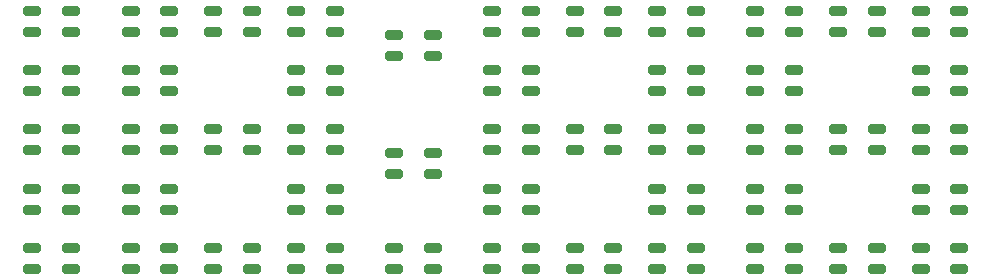
<source format=gbr>
%TF.GenerationSoftware,KiCad,Pcbnew,9.0.5*%
%TF.CreationDate,2025-11-23T18:29:56+02:00*%
%TF.ProjectId,Business_Card,42757369-6e65-4737-935f-436172642e6b,rev?*%
%TF.SameCoordinates,Original*%
%TF.FileFunction,Paste,Top*%
%TF.FilePolarity,Positive*%
%FSLAX46Y46*%
G04 Gerber Fmt 4.6, Leading zero omitted, Abs format (unit mm)*
G04 Created by KiCad (PCBNEW 9.0.5) date 2025-11-23 18:29:56*
%MOMM*%
%LPD*%
G01*
G04 APERTURE LIST*
G04 Aperture macros list*
%AMRoundRect*
0 Rectangle with rounded corners*
0 $1 Rounding radius*
0 $2 $3 $4 $5 $6 $7 $8 $9 X,Y pos of 4 corners*
0 Add a 4 corners polygon primitive as box body*
4,1,4,$2,$3,$4,$5,$6,$7,$8,$9,$2,$3,0*
0 Add four circle primitives for the rounded corners*
1,1,$1+$1,$2,$3*
1,1,$1+$1,$4,$5*
1,1,$1+$1,$6,$7*
1,1,$1+$1,$8,$9*
0 Add four rect primitives between the rounded corners*
20,1,$1+$1,$2,$3,$4,$5,0*
20,1,$1+$1,$4,$5,$6,$7,0*
20,1,$1+$1,$6,$7,$8,$9,0*
20,1,$1+$1,$8,$9,$2,$3,0*%
G04 Aperture macros list end*
%ADD10RoundRect,0.200000X-0.550000X-0.200000X0.550000X-0.200000X0.550000X0.200000X-0.550000X0.200000X0*%
G04 APERTURE END LIST*
D10*
%TO.C,D27*%
X129760000Y-94110000D03*
X129760000Y-95890000D03*
X133040000Y-95890000D03*
X133040000Y-94110000D03*
%TD*%
%TO.C,D13*%
X106160000Y-94110000D03*
X106160000Y-95890000D03*
X109440000Y-95890000D03*
X109440000Y-94110000D03*
%TD*%
%TO.C,D14*%
X106160000Y-99110000D03*
X106160000Y-100890000D03*
X109440000Y-100890000D03*
X109440000Y-99110000D03*
%TD*%
%TO.C,D7*%
X92160000Y-114110000D03*
X92160000Y-115890000D03*
X95440000Y-115890000D03*
X95440000Y-114110000D03*
%TD*%
%TO.C,D20*%
X114460000Y-106110000D03*
X114460000Y-107890000D03*
X117740000Y-107890000D03*
X117740000Y-106110000D03*
%TD*%
%TO.C,D41*%
X159060000Y-94110000D03*
X159060000Y-95890000D03*
X162340000Y-95890000D03*
X162340000Y-94110000D03*
%TD*%
%TO.C,D4*%
X83860000Y-104110000D03*
X83860000Y-105890000D03*
X87140000Y-105890000D03*
X87140000Y-104110000D03*
%TD*%
%TO.C,D39*%
X145060000Y-94110000D03*
X145060000Y-95890000D03*
X148340000Y-95890000D03*
X148340000Y-94110000D03*
%TD*%
%TO.C,D42*%
X159060000Y-99110000D03*
X159060000Y-100890000D03*
X162340000Y-100890000D03*
X162340000Y-99110000D03*
%TD*%
%TO.C,D3*%
X83860000Y-99110000D03*
X83860000Y-100890000D03*
X87140000Y-100890000D03*
X87140000Y-99110000D03*
%TD*%
%TO.C,D40*%
X152060000Y-94110000D03*
X152060000Y-95890000D03*
X155340000Y-95890000D03*
X155340000Y-94110000D03*
%TD*%
%TO.C,D43*%
X152060000Y-104110000D03*
X152060000Y-105890000D03*
X155340000Y-105890000D03*
X155340000Y-104110000D03*
%TD*%
%TO.C,D37*%
X145060000Y-104110000D03*
X145060000Y-105890000D03*
X148340000Y-105890000D03*
X148340000Y-104110000D03*
%TD*%
%TO.C,D10*%
X92160000Y-99110000D03*
X92160000Y-100890000D03*
X95440000Y-100890000D03*
X95440000Y-99110000D03*
%TD*%
%TO.C,D45*%
X159060000Y-109110000D03*
X159060000Y-110890000D03*
X162340000Y-110890000D03*
X162340000Y-109110000D03*
%TD*%
%TO.C,D30*%
X129760000Y-104110000D03*
X129760000Y-105890000D03*
X133040000Y-105890000D03*
X133040000Y-104110000D03*
%TD*%
%TO.C,D34*%
X136760000Y-114110000D03*
X136760000Y-115890000D03*
X140040000Y-115890000D03*
X140040000Y-114110000D03*
%TD*%
%TO.C,D25*%
X122760000Y-99110000D03*
X122760000Y-100890000D03*
X126040000Y-100890000D03*
X126040000Y-99110000D03*
%TD*%
%TO.C,D6*%
X83860000Y-114110000D03*
X83860000Y-115890000D03*
X87140000Y-115890000D03*
X87140000Y-114110000D03*
%TD*%
%TO.C,D8*%
X92160000Y-109110000D03*
X92160000Y-110890000D03*
X95440000Y-110890000D03*
X95440000Y-109110000D03*
%TD*%
%TO.C,D17*%
X106160000Y-109110000D03*
X106160000Y-110890000D03*
X109440000Y-110890000D03*
X109440000Y-109110000D03*
%TD*%
%TO.C,D18*%
X99160000Y-114110000D03*
X99160000Y-115890000D03*
X102440000Y-115890000D03*
X102440000Y-114110000D03*
%TD*%
%TO.C,D47*%
X159060000Y-114110000D03*
X159060000Y-115890000D03*
X162340000Y-115890000D03*
X162340000Y-114110000D03*
%TD*%
%TO.C,D23*%
X122760000Y-109110000D03*
X122760000Y-110890000D03*
X126040000Y-110890000D03*
X126040000Y-109110000D03*
%TD*%
%TO.C,D31*%
X136760000Y-104110000D03*
X136760000Y-105890000D03*
X140040000Y-105890000D03*
X140040000Y-104110000D03*
%TD*%
%TO.C,D29*%
X136760000Y-99110000D03*
X136760000Y-100890000D03*
X140040000Y-100890000D03*
X140040000Y-99110000D03*
%TD*%
%TO.C,D46*%
X152060000Y-114110000D03*
X152060000Y-115890000D03*
X155340000Y-115890000D03*
X155340000Y-114110000D03*
%TD*%
%TO.C,D28*%
X136760000Y-94110000D03*
X136760000Y-95890000D03*
X140040000Y-95890000D03*
X140040000Y-94110000D03*
%TD*%
%TO.C,D16*%
X106160000Y-104110000D03*
X106160000Y-105890000D03*
X109440000Y-105890000D03*
X109440000Y-104110000D03*
%TD*%
%TO.C,D11*%
X92160000Y-94110000D03*
X92160000Y-95890000D03*
X95440000Y-95890000D03*
X95440000Y-94110000D03*
%TD*%
%TO.C,D38*%
X145060000Y-99110000D03*
X145060000Y-100890000D03*
X148340000Y-100890000D03*
X148340000Y-99110000D03*
%TD*%
%TO.C,D44*%
X159060000Y-104110000D03*
X159060000Y-105890000D03*
X162340000Y-105890000D03*
X162340000Y-104110000D03*
%TD*%
%TO.C,D33*%
X129760000Y-114110000D03*
X129760000Y-115890000D03*
X133040000Y-115890000D03*
X133040000Y-114110000D03*
%TD*%
%TO.C,D24*%
X122760000Y-104110000D03*
X122760000Y-105890000D03*
X126040000Y-105890000D03*
X126040000Y-104110000D03*
%TD*%
%TO.C,D1*%
X114460000Y-114110000D03*
X114460000Y-115890000D03*
X117740000Y-115890000D03*
X117740000Y-114110000D03*
%TD*%
%TO.C,D36*%
X145060000Y-109110000D03*
X145060000Y-110890000D03*
X148340000Y-110890000D03*
X148340000Y-109110000D03*
%TD*%
%TO.C,D5*%
X83860000Y-109110000D03*
X83860000Y-110890000D03*
X87140000Y-110890000D03*
X87140000Y-109110000D03*
%TD*%
%TO.C,D22*%
X122760000Y-114110000D03*
X122760000Y-115890000D03*
X126040000Y-115890000D03*
X126040000Y-114110000D03*
%TD*%
%TO.C,D15*%
X99160000Y-104110000D03*
X99160000Y-105890000D03*
X102440000Y-105890000D03*
X102440000Y-104110000D03*
%TD*%
%TO.C,D26*%
X122760000Y-94110000D03*
X122760000Y-95890000D03*
X126040000Y-95890000D03*
X126040000Y-94110000D03*
%TD*%
%TO.C,D9*%
X92160000Y-104110000D03*
X92160000Y-105890000D03*
X95440000Y-105890000D03*
X95440000Y-104110000D03*
%TD*%
%TO.C,D35*%
X145060000Y-114110000D03*
X145060000Y-115890000D03*
X148340000Y-115890000D03*
X148340000Y-114110000D03*
%TD*%
%TO.C,D2*%
X83860000Y-94110000D03*
X83860000Y-95890000D03*
X87140000Y-95890000D03*
X87140000Y-94110000D03*
%TD*%
%TO.C,D32*%
X136760000Y-109110000D03*
X136760000Y-110890000D03*
X140040000Y-110890000D03*
X140040000Y-109110000D03*
%TD*%
%TO.C,D12*%
X99160000Y-94110000D03*
X99160000Y-95890000D03*
X102440000Y-95890000D03*
X102440000Y-94110000D03*
%TD*%
%TO.C,D19*%
X106160000Y-114110000D03*
X106160000Y-115890000D03*
X109440000Y-115890000D03*
X109440000Y-114110000D03*
%TD*%
%TO.C,D21*%
X114460000Y-96110000D03*
X114460000Y-97890000D03*
X117740000Y-97890000D03*
X117740000Y-96110000D03*
%TD*%
M02*

</source>
